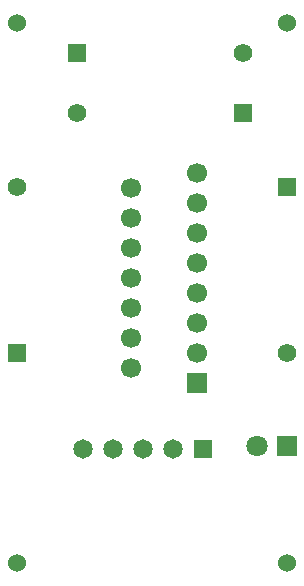
<source format=gbr>
%TF.GenerationSoftware,Altium Limited,Altium Designer,23.3.1 (30)*%
G04 Layer_Color=255*
%FSLAX45Y45*%
%MOMM*%
%TF.SameCoordinates,796C1B80-4156-4CD7-A6E5-B9CE5994D65D*%
%TF.FilePolarity,Positive*%
%TF.FileFunction,Pads,Bot*%
%TF.Part,Single*%
G01*
G75*
%TA.AperFunction,ComponentPad*%
%ADD11C,1.57500*%
%ADD12R,1.57500X1.57500*%
%TA.AperFunction,ViaPad*%
%ADD13C,1.52400*%
%TA.AperFunction,ComponentPad*%
%ADD14C,1.69494*%
%ADD15R,1.69494X1.69494*%
%ADD16R,1.65000X1.65000*%
%ADD17C,1.65000*%
%ADD18R,1.80000X1.80000*%
%ADD19C,1.80000*%
%ADD20R,1.57500X1.57500*%
D11*
X7874000Y9030000D02*
D03*
X10160000Y7620000D02*
D03*
X8382000Y9652000D02*
D03*
X9792000Y10160000D02*
D03*
D12*
X7874000Y7620000D02*
D03*
X10160000Y9030000D02*
D03*
D13*
X7874000Y10414000D02*
D03*
X10160000D02*
D03*
Y5842000D02*
D03*
X7874000D02*
D03*
D14*
X8844991Y9017000D02*
D03*
Y8763000D02*
D03*
Y8509000D02*
D03*
Y8255000D02*
D03*
Y8001000D02*
D03*
Y7747000D02*
D03*
Y7493000D02*
D03*
X9398000Y9144000D02*
D03*
Y8890000D02*
D03*
Y8636000D02*
D03*
Y8382000D02*
D03*
Y8128000D02*
D03*
Y7874000D02*
D03*
Y7620000D02*
D03*
D15*
Y7366000D02*
D03*
D16*
X9448800Y6807200D02*
D03*
D17*
X9194800D02*
D03*
X8940800D02*
D03*
X8686800D02*
D03*
X8432800D02*
D03*
D18*
X10160000Y6832600D02*
D03*
D19*
X9906000D02*
D03*
D20*
X9792000Y9652000D02*
D03*
X8382000Y10160000D02*
D03*
%TF.MD5,65bc8cc820f678bf4c5392020bb3ffa9*%
M02*

</source>
